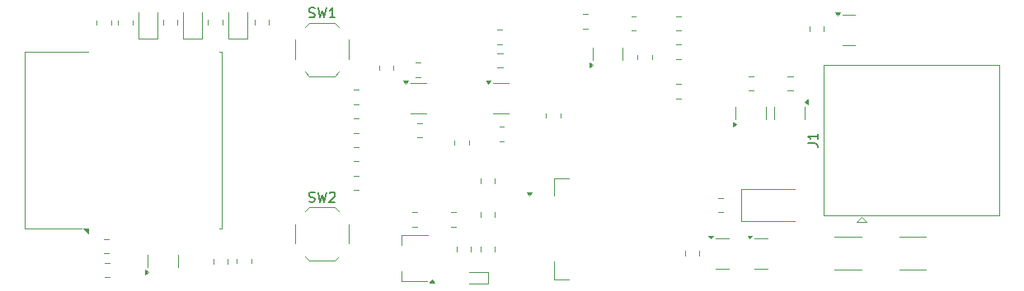
<source format=gbr>
%TF.GenerationSoftware,KiCad,Pcbnew,8.0.4*%
%TF.CreationDate,2025-05-22T08:52:24-04:00*%
%TF.ProjectId,OnionStraws,4f6e696f-6e53-4747-9261-77732e6b6963,rev?*%
%TF.SameCoordinates,Original*%
%TF.FileFunction,Legend,Top*%
%TF.FilePolarity,Positive*%
%FSLAX46Y46*%
G04 Gerber Fmt 4.6, Leading zero omitted, Abs format (unit mm)*
G04 Created by KiCad (PCBNEW 8.0.4) date 2025-05-22 08:52:24*
%MOMM*%
%LPD*%
G01*
G04 APERTURE LIST*
%ADD10C,0.150000*%
%ADD11C,0.120000*%
G04 APERTURE END LIST*
D10*
X65666667Y-101157200D02*
X65809524Y-101204819D01*
X65809524Y-101204819D02*
X66047619Y-101204819D01*
X66047619Y-101204819D02*
X66142857Y-101157200D01*
X66142857Y-101157200D02*
X66190476Y-101109580D01*
X66190476Y-101109580D02*
X66238095Y-101014342D01*
X66238095Y-101014342D02*
X66238095Y-100919104D01*
X66238095Y-100919104D02*
X66190476Y-100823866D01*
X66190476Y-100823866D02*
X66142857Y-100776247D01*
X66142857Y-100776247D02*
X66047619Y-100728628D01*
X66047619Y-100728628D02*
X65857143Y-100681009D01*
X65857143Y-100681009D02*
X65761905Y-100633390D01*
X65761905Y-100633390D02*
X65714286Y-100585771D01*
X65714286Y-100585771D02*
X65666667Y-100490533D01*
X65666667Y-100490533D02*
X65666667Y-100395295D01*
X65666667Y-100395295D02*
X65714286Y-100300057D01*
X65714286Y-100300057D02*
X65761905Y-100252438D01*
X65761905Y-100252438D02*
X65857143Y-100204819D01*
X65857143Y-100204819D02*
X66095238Y-100204819D01*
X66095238Y-100204819D02*
X66238095Y-100252438D01*
X66571429Y-100204819D02*
X66809524Y-101204819D01*
X66809524Y-101204819D02*
X67000000Y-100490533D01*
X67000000Y-100490533D02*
X67190476Y-101204819D01*
X67190476Y-101204819D02*
X67428572Y-100204819D01*
X67761905Y-100300057D02*
X67809524Y-100252438D01*
X67809524Y-100252438D02*
X67904762Y-100204819D01*
X67904762Y-100204819D02*
X68142857Y-100204819D01*
X68142857Y-100204819D02*
X68238095Y-100252438D01*
X68238095Y-100252438D02*
X68285714Y-100300057D01*
X68285714Y-100300057D02*
X68333333Y-100395295D01*
X68333333Y-100395295D02*
X68333333Y-100490533D01*
X68333333Y-100490533D02*
X68285714Y-100633390D01*
X68285714Y-100633390D02*
X67714286Y-101204819D01*
X67714286Y-101204819D02*
X68333333Y-101204819D01*
X65666667Y-82157200D02*
X65809524Y-82204819D01*
X65809524Y-82204819D02*
X66047619Y-82204819D01*
X66047619Y-82204819D02*
X66142857Y-82157200D01*
X66142857Y-82157200D02*
X66190476Y-82109580D01*
X66190476Y-82109580D02*
X66238095Y-82014342D01*
X66238095Y-82014342D02*
X66238095Y-81919104D01*
X66238095Y-81919104D02*
X66190476Y-81823866D01*
X66190476Y-81823866D02*
X66142857Y-81776247D01*
X66142857Y-81776247D02*
X66047619Y-81728628D01*
X66047619Y-81728628D02*
X65857143Y-81681009D01*
X65857143Y-81681009D02*
X65761905Y-81633390D01*
X65761905Y-81633390D02*
X65714286Y-81585771D01*
X65714286Y-81585771D02*
X65666667Y-81490533D01*
X65666667Y-81490533D02*
X65666667Y-81395295D01*
X65666667Y-81395295D02*
X65714286Y-81300057D01*
X65714286Y-81300057D02*
X65761905Y-81252438D01*
X65761905Y-81252438D02*
X65857143Y-81204819D01*
X65857143Y-81204819D02*
X66095238Y-81204819D01*
X66095238Y-81204819D02*
X66238095Y-81252438D01*
X66571429Y-81204819D02*
X66809524Y-82204819D01*
X66809524Y-82204819D02*
X67000000Y-81490533D01*
X67000000Y-81490533D02*
X67190476Y-82204819D01*
X67190476Y-82204819D02*
X67428572Y-81204819D01*
X68333333Y-82204819D02*
X67761905Y-82204819D01*
X68047619Y-82204819D02*
X68047619Y-81204819D01*
X68047619Y-81204819D02*
X67952381Y-81347676D01*
X67952381Y-81347676D02*
X67857143Y-81442914D01*
X67857143Y-81442914D02*
X67761905Y-81490533D01*
X116879819Y-95170833D02*
X117594104Y-95170833D01*
X117594104Y-95170833D02*
X117736961Y-95218452D01*
X117736961Y-95218452D02*
X117832200Y-95313690D01*
X117832200Y-95313690D02*
X117879819Y-95456547D01*
X117879819Y-95456547D02*
X117879819Y-95551785D01*
X117879819Y-94170833D02*
X117879819Y-94742261D01*
X117879819Y-94456547D02*
X116879819Y-94456547D01*
X116879819Y-94456547D02*
X117022676Y-94551785D01*
X117022676Y-94551785D02*
X117117914Y-94647023D01*
X117117914Y-94647023D02*
X117165533Y-94742261D01*
D11*
%TO.C,C14*%
X76263748Y-102265000D02*
X76786252Y-102265000D01*
X76263748Y-103735000D02*
X76786252Y-103735000D01*
%TO.C,R25*%
X103385436Y-89065000D02*
X103839564Y-89065000D01*
X103385436Y-90535000D02*
X103839564Y-90535000D01*
%TO.C,R17*%
X85664564Y-93465000D02*
X85210436Y-93465000D01*
X85664564Y-94935000D02*
X85210436Y-94935000D01*
%TO.C,D9*%
X94765000Y-85937500D02*
X94765000Y-85287500D01*
X94765000Y-85937500D02*
X94765000Y-86587500D01*
X97885000Y-85937500D02*
X97885000Y-85287500D01*
X97885000Y-85937500D02*
X97885000Y-86587500D01*
X94815000Y-87100000D02*
X94485000Y-87340000D01*
X94485000Y-86860000D01*
X94815000Y-87100000D01*
G36*
X94815000Y-87100000D02*
G01*
X94485000Y-87340000D01*
X94485000Y-86860000D01*
X94815000Y-87100000D01*
G37*
%TO.C,F2*%
X122411252Y-104790000D02*
X119638748Y-104790000D01*
X122411252Y-108210000D02*
X119638748Y-108210000D01*
%TO.C,SW2*%
X64250000Y-103500000D02*
X64250000Y-105500000D01*
X65250000Y-102200000D02*
X65700000Y-101750000D01*
X65250000Y-106800000D02*
X65700000Y-107250000D01*
X65700000Y-101750000D02*
X68300000Y-101750000D01*
X65700000Y-107250000D02*
X68300000Y-107250000D01*
X68750000Y-102200000D02*
X68300000Y-101750000D01*
X68750000Y-106800000D02*
X68300000Y-107250000D01*
X69750000Y-103500000D02*
X69750000Y-105500000D01*
%TO.C,D6*%
X57377500Y-81687500D02*
X57377500Y-84372500D01*
X57377500Y-84372500D02*
X59297500Y-84372500D01*
X59297500Y-84372500D02*
X59297500Y-81687500D01*
%TO.C,Q2*%
X108087500Y-104940000D02*
X107437500Y-104940000D01*
X108087500Y-104940000D02*
X108737500Y-104940000D01*
X108087500Y-108060000D02*
X107437500Y-108060000D01*
X108087500Y-108060000D02*
X108737500Y-108060000D01*
X106925000Y-104990000D02*
X106685000Y-104660000D01*
X107165000Y-104660000D01*
X106925000Y-104990000D01*
G36*
X106925000Y-104990000D02*
G01*
X106685000Y-104660000D01*
X107165000Y-104660000D01*
X106925000Y-104990000D01*
G37*
%TO.C,R2*%
X55865000Y-107539564D02*
X55865000Y-107085436D01*
X57335000Y-107539564D02*
X57335000Y-107085436D01*
%TO.C,R7*%
X55295000Y-82460436D02*
X55295000Y-82914564D01*
X56765000Y-82460436D02*
X56765000Y-82914564D01*
%TO.C,R10*%
X70285436Y-89665000D02*
X70739564Y-89665000D01*
X70285436Y-91135000D02*
X70739564Y-91135000D01*
%TO.C,C6*%
X76613748Y-86865000D02*
X77136252Y-86865000D01*
X76613748Y-88335000D02*
X77136252Y-88335000D01*
%TO.C,D1*%
X121087500Y-81940000D02*
X120437500Y-81940000D01*
X121087500Y-81940000D02*
X121737500Y-81940000D01*
X121087500Y-85060000D02*
X120437500Y-85060000D01*
X121087500Y-85060000D02*
X121737500Y-85060000D01*
X119925000Y-81990000D02*
X119685000Y-81660000D01*
X120165000Y-81660000D01*
X119925000Y-81990000D01*
G36*
X119925000Y-81990000D02*
G01*
X119685000Y-81660000D01*
X120165000Y-81660000D01*
X119925000Y-81990000D01*
G37*
%TO.C,U5*%
X76887500Y-88990000D02*
X76087500Y-88990000D01*
X76887500Y-88990000D02*
X77687500Y-88990000D01*
X76887500Y-92110000D02*
X76087500Y-92110000D01*
X76887500Y-92110000D02*
X77687500Y-92110000D01*
X75587500Y-89040000D02*
X75347500Y-88710000D01*
X75827500Y-88710000D01*
X75587500Y-89040000D01*
G36*
X75587500Y-89040000D02*
G01*
X75347500Y-88710000D01*
X75827500Y-88710000D01*
X75587500Y-89040000D01*
G37*
%TO.C,C3*%
X117065000Y-83661252D02*
X117065000Y-83138748D01*
X118535000Y-83661252D02*
X118535000Y-83138748D01*
%TO.C,R11*%
X70285436Y-92615000D02*
X70739564Y-92615000D01*
X70285436Y-94085000D02*
X70739564Y-94085000D01*
%TO.C,C4*%
X45211252Y-107465000D02*
X44688748Y-107465000D01*
X45211252Y-108935000D02*
X44688748Y-108935000D01*
%TO.C,U2*%
X36490000Y-85750000D02*
X42990000Y-85750000D01*
X36490000Y-103970000D02*
X36490000Y-85750000D01*
X36490000Y-103970000D02*
X42300000Y-103970000D01*
X56410000Y-85750000D02*
X56710000Y-85750000D01*
X56410000Y-103970000D02*
X56710000Y-103970000D01*
X56710000Y-103970000D02*
X56710000Y-85750000D01*
X43000000Y-104460000D02*
X42500000Y-103960000D01*
X43000000Y-103960000D01*
X43000000Y-104460000D01*
G36*
X43000000Y-104460000D02*
G01*
X42500000Y-103960000D01*
X43000000Y-103960000D01*
X43000000Y-104460000D01*
G37*
%TO.C,R16*%
X76785436Y-93065000D02*
X77239564Y-93065000D01*
X76785436Y-94535000D02*
X77239564Y-94535000D01*
%TO.C,R13*%
X70285436Y-98515000D02*
X70739564Y-98515000D01*
X70285436Y-99985000D02*
X70739564Y-99985000D01*
%TO.C,C2*%
X44588748Y-105045000D02*
X45111252Y-105045000D01*
X44588748Y-106515000D02*
X45111252Y-106515000D01*
%TO.C,C12*%
X80790000Y-105788748D02*
X80790000Y-106311252D01*
X82260000Y-105788748D02*
X82260000Y-106311252D01*
%TO.C,Q1*%
X112087500Y-104940000D02*
X111437500Y-104940000D01*
X112087500Y-104940000D02*
X112737500Y-104940000D01*
X112087500Y-108060000D02*
X111437500Y-108060000D01*
X112087500Y-108060000D02*
X112737500Y-108060000D01*
X110925000Y-104990000D02*
X110685000Y-104660000D01*
X111165000Y-104660000D01*
X110925000Y-104990000D01*
G36*
X110925000Y-104990000D02*
G01*
X110685000Y-104660000D01*
X111165000Y-104660000D01*
X110925000Y-104990000D01*
G37*
%TO.C,U3*%
X90850000Y-98760000D02*
X90850000Y-100570000D01*
X90850000Y-109160000D02*
X90850000Y-107350000D01*
X92350000Y-98760000D02*
X90850000Y-98760000D01*
X92350000Y-109160000D02*
X90850000Y-109160000D01*
X88287500Y-100570000D02*
X88047500Y-100240000D01*
X88527500Y-100240000D01*
X88287500Y-100570000D01*
G36*
X88287500Y-100570000D02*
G01*
X88047500Y-100240000D01*
X88527500Y-100240000D01*
X88287500Y-100570000D01*
G37*
%TO.C,C1*%
X85536252Y-85865000D02*
X85013748Y-85865000D01*
X85536252Y-87335000D02*
X85013748Y-87335000D01*
%TO.C,C9*%
X83290000Y-102238748D02*
X83290000Y-102761252D01*
X84760000Y-102238748D02*
X84760000Y-102761252D01*
%TO.C,U1*%
X49090000Y-107262500D02*
X49090000Y-106612500D01*
X49090000Y-107262500D02*
X49090000Y-107912500D01*
X52210000Y-107262500D02*
X52210000Y-106612500D01*
X52210000Y-107262500D02*
X52210000Y-107912500D01*
X49140000Y-108425000D02*
X48810000Y-108665000D01*
X48810000Y-108185000D01*
X49140000Y-108425000D01*
G36*
X49140000Y-108425000D02*
G01*
X48810000Y-108665000D01*
X48810000Y-108185000D01*
X49140000Y-108425000D01*
G37*
%TO.C,R21*%
X89990000Y-92539564D02*
X89990000Y-92085436D01*
X91460000Y-92539564D02*
X91460000Y-92085436D01*
%TO.C,R19*%
X94264564Y-81865000D02*
X93810436Y-81865000D01*
X94264564Y-83335000D02*
X93810436Y-83335000D01*
%TO.C,R6*%
X50680000Y-82914564D02*
X50680000Y-82460436D01*
X52150000Y-82914564D02*
X52150000Y-82460436D01*
%TO.C,R20*%
X80590000Y-94860436D02*
X80590000Y-95314564D01*
X82060000Y-94860436D02*
X82060000Y-95314564D01*
%TO.C,R1*%
X60065000Y-82460436D02*
X60065000Y-82914564D01*
X61535000Y-82460436D02*
X61535000Y-82914564D01*
%TO.C,C11*%
X83290000Y-106311252D02*
X83290000Y-105788748D01*
X84760000Y-106311252D02*
X84760000Y-105788748D01*
%TO.C,D8*%
X82125000Y-108400000D02*
X84085000Y-108400000D01*
X82125000Y-109600000D02*
X84085000Y-109600000D01*
X84085000Y-109600000D02*
X84085000Y-108400000D01*
%TO.C,C8*%
X104290000Y-106711252D02*
X104290000Y-106188748D01*
X105760000Y-106711252D02*
X105760000Y-106188748D01*
%TO.C,C10*%
X83290000Y-98788748D02*
X83290000Y-99311252D01*
X84760000Y-98788748D02*
X84760000Y-99311252D01*
%TO.C,F1*%
X126276248Y-104790000D02*
X129048752Y-104790000D01*
X126276248Y-108210000D02*
X129048752Y-108210000D01*
%TO.C,SW1*%
X64250000Y-84500000D02*
X64250000Y-86500000D01*
X65250000Y-83200000D02*
X65700000Y-82750000D01*
X65250000Y-87800000D02*
X65700000Y-88250000D01*
X65700000Y-82750000D02*
X68300000Y-82750000D01*
X65700000Y-88250000D02*
X68300000Y-88250000D01*
X68750000Y-83200000D02*
X68300000Y-82750000D01*
X68750000Y-87800000D02*
X68300000Y-88250000D01*
X69750000Y-84500000D02*
X69750000Y-86500000D01*
%TO.C,R15*%
X72865000Y-87172936D02*
X72865000Y-87627064D01*
X74335000Y-87172936D02*
X74335000Y-87627064D01*
%TO.C,R4*%
X43865000Y-82939564D02*
X43865000Y-82485436D01*
X45335000Y-82939564D02*
X45335000Y-82485436D01*
%TO.C,R24*%
X103385436Y-85015000D02*
X103839564Y-85015000D01*
X103385436Y-86485000D02*
X103839564Y-86485000D01*
%TO.C,J1*%
X118545000Y-87077500D02*
X118545000Y-102597500D01*
X118545000Y-87077500D02*
X136505000Y-87077500D01*
X118545000Y-102597500D02*
X136505000Y-102597500D01*
X121925000Y-103282500D02*
X122925000Y-103282500D01*
X122425000Y-102782500D02*
X121925000Y-103282500D01*
X122925000Y-103282500D02*
X122425000Y-102782500D01*
X136505000Y-102597500D02*
X136505000Y-87077500D01*
%TO.C,D3*%
X109465000Y-92062500D02*
X109465000Y-91412500D01*
X109465000Y-92062500D02*
X109465000Y-92712500D01*
X112585000Y-92062500D02*
X112585000Y-91412500D01*
X112585000Y-92062500D02*
X112585000Y-92712500D01*
X109515000Y-93225000D02*
X109185000Y-93465000D01*
X109185000Y-92985000D01*
X109515000Y-93225000D01*
G36*
X109515000Y-93225000D02*
G01*
X109185000Y-93465000D01*
X109185000Y-92985000D01*
X109515000Y-93225000D01*
G37*
%TO.C,C5*%
X114813748Y-88265000D02*
X115336252Y-88265000D01*
X114813748Y-89735000D02*
X115336252Y-89735000D01*
%TO.C,C13*%
X80213748Y-102265000D02*
X80736252Y-102265000D01*
X80213748Y-103735000D02*
X80736252Y-103735000D01*
%TO.C,R12*%
X70285436Y-95565000D02*
X70739564Y-95565000D01*
X70285436Y-97035000D02*
X70739564Y-97035000D01*
%TO.C,R9*%
X108164564Y-100765000D02*
X107710436Y-100765000D01*
X108164564Y-102235000D02*
X107710436Y-102235000D01*
%TO.C,U4*%
X85387500Y-88990000D02*
X84587500Y-88990000D01*
X85387500Y-88990000D02*
X86187500Y-88990000D01*
X85387500Y-92110000D02*
X84587500Y-92110000D01*
X85387500Y-92110000D02*
X86187500Y-92110000D01*
X84087500Y-89040000D02*
X83847500Y-88710000D01*
X84327500Y-88710000D01*
X84087500Y-89040000D01*
G36*
X84087500Y-89040000D02*
G01*
X83847500Y-88710000D01*
X84327500Y-88710000D01*
X84087500Y-89040000D01*
G37*
%TO.C,R14*%
X85464564Y-83465000D02*
X85010436Y-83465000D01*
X85464564Y-84935000D02*
X85010436Y-84935000D01*
%TO.C,R23*%
X103385436Y-82065000D02*
X103839564Y-82065000D01*
X103385436Y-83535000D02*
X103839564Y-83535000D01*
%TO.C,U6*%
X75165000Y-104640000D02*
X77885000Y-104640000D01*
X75165000Y-105620000D02*
X75165000Y-104640000D01*
X75165000Y-108380000D02*
X75165000Y-109360000D01*
X77745000Y-109360000D02*
X75165000Y-109360000D01*
X78535000Y-109540000D02*
X78055000Y-109540000D01*
X78295000Y-109210000D01*
X78535000Y-109540000D01*
G36*
X78535000Y-109540000D02*
G01*
X78055000Y-109540000D01*
X78295000Y-109210000D01*
X78535000Y-109540000D01*
G37*
%TO.C,R18*%
X99390000Y-86060436D02*
X99390000Y-86514564D01*
X100860000Y-86060436D02*
X100860000Y-86514564D01*
%TO.C,R3*%
X58265000Y-107060436D02*
X58265000Y-107514564D01*
X59735000Y-107060436D02*
X59735000Y-107514564D01*
%TO.C,R22*%
X98785436Y-82065000D02*
X99239564Y-82065000D01*
X98785436Y-83535000D02*
X99239564Y-83535000D01*
%TO.C,R5*%
X46065000Y-82939564D02*
X46065000Y-82485436D01*
X47535000Y-82939564D02*
X47535000Y-82485436D01*
%TO.C,C7*%
X110813748Y-88265000D02*
X111336252Y-88265000D01*
X110813748Y-89735000D02*
X111336252Y-89735000D01*
%TO.C,D5*%
X48147500Y-81687500D02*
X48147500Y-84372500D01*
X48147500Y-84372500D02*
X50067500Y-84372500D01*
X50067500Y-84372500D02*
X50067500Y-81687500D01*
%TO.C,D7*%
X110015000Y-99850000D02*
X110015000Y-103150000D01*
X110015000Y-99850000D02*
X115525000Y-99850000D01*
X110015000Y-103150000D02*
X115525000Y-103150000D01*
%TO.C,D4*%
X52762500Y-81687500D02*
X52762500Y-84372500D01*
X52762500Y-84372500D02*
X54682500Y-84372500D01*
X54682500Y-84372500D02*
X54682500Y-81687500D01*
%TO.C,D2*%
X113465000Y-92062500D02*
X113465000Y-91412500D01*
X113465000Y-92062500D02*
X113465000Y-92712500D01*
X116585000Y-92062500D02*
X116585000Y-91412500D01*
X116585000Y-92062500D02*
X116585000Y-92712500D01*
X116865000Y-91140000D02*
X116535000Y-90900000D01*
X116865000Y-90660000D01*
X116865000Y-91140000D01*
G36*
X116865000Y-91140000D02*
G01*
X116535000Y-90900000D01*
X116865000Y-90660000D01*
X116865000Y-91140000D01*
G37*
%TD*%
M02*

</source>
